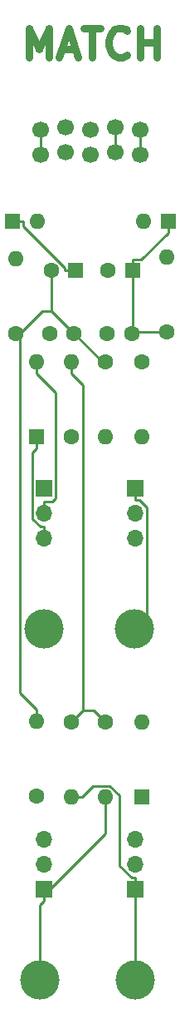
<source format=gtl>
%TF.GenerationSoftware,KiCad,Pcbnew,5.1.7-a382d34a8~87~ubuntu18.04.1*%
%TF.CreationDate,2020-10-20T20:58:06+01:00*%
%TF.ProjectId,transistor-matchers,7472616e-7369-4737-946f-722d6d617463,rev?*%
%TF.SameCoordinates,Original*%
%TF.FileFunction,Copper,L1,Top*%
%TF.FilePolarity,Positive*%
%FSLAX46Y46*%
G04 Gerber Fmt 4.6, Leading zero omitted, Abs format (unit mm)*
G04 Created by KiCad (PCBNEW 5.1.7-a382d34a8~87~ubuntu18.04.1) date 2020-10-20 20:58:06*
%MOMM*%
%LPD*%
G01*
G04 APERTURE LIST*
%TA.AperFunction,NonConductor*%
%ADD10C,0.750000*%
%TD*%
%TA.AperFunction,ComponentPad*%
%ADD11O,1.600000X1.600000*%
%TD*%
%TA.AperFunction,ComponentPad*%
%ADD12C,1.600000*%
%TD*%
%TA.AperFunction,ComponentPad*%
%ADD13R,1.600000X1.600000*%
%TD*%
%TA.AperFunction,ComponentPad*%
%ADD14C,4.000000*%
%TD*%
%TA.AperFunction,ComponentPad*%
%ADD15O,1.700000X1.700000*%
%TD*%
%TA.AperFunction,ComponentPad*%
%ADD16R,1.700000X1.700000*%
%TD*%
%TA.AperFunction,ComponentPad*%
%ADD17C,1.700000*%
%TD*%
%TA.AperFunction,Conductor*%
%ADD18C,0.250000*%
%TD*%
G04 APERTURE END LIST*
D10*
X157444830Y-76107122D02*
X157444830Y-73107122D01*
X158444830Y-75249980D01*
X159444830Y-73107122D01*
X159444830Y-76107122D01*
X160730544Y-75249980D02*
X162159115Y-75249980D01*
X160444830Y-76107122D02*
X161444830Y-73107122D01*
X162444830Y-76107122D01*
X163016258Y-73107122D02*
X164730544Y-73107122D01*
X163873401Y-76107122D02*
X163873401Y-73107122D01*
X167444830Y-75821408D02*
X167301972Y-75964265D01*
X166873401Y-76107122D01*
X166587687Y-76107122D01*
X166159115Y-75964265D01*
X165873401Y-75678551D01*
X165730544Y-75392837D01*
X165587687Y-74821408D01*
X165587687Y-74392837D01*
X165730544Y-73821408D01*
X165873401Y-73535694D01*
X166159115Y-73249980D01*
X166587687Y-73107122D01*
X166873401Y-73107122D01*
X167301972Y-73249980D01*
X167444830Y-73392837D01*
X168730544Y-76107122D02*
X168730544Y-73107122D01*
X168730544Y-74535694D02*
X170444830Y-74535694D01*
X170444830Y-76107122D02*
X170444830Y-73107122D01*
D11*
%TO.P,R8,2*%
%TO.N,Net-(J1-Pad10)*%
X156095000Y-96580000D03*
D12*
%TO.P,R8,1*%
%TO.N,-12V*%
X156095000Y-104200000D03*
%TD*%
D11*
%TO.P,R7,2*%
%TO.N,Net-(J1-Pad1)*%
X171495000Y-96380000D03*
D12*
%TO.P,R7,1*%
%TO.N,+12V*%
X171495000Y-104000000D03*
%TD*%
D11*
%TO.P,D4,2*%
%TO.N,-12V*%
X158235000Y-92800000D03*
D13*
%TO.P,D4,1*%
%TO.N,GND*%
X155695000Y-92800000D03*
%TD*%
D11*
%TO.P,D3,2*%
%TO.N,GND*%
X169095000Y-92800000D03*
D13*
%TO.P,D3,1*%
%TO.N,+12V*%
X171635000Y-92800000D03*
%TD*%
D12*
%TO.P,C4,2*%
%TO.N,-12V*%
X161995000Y-104200000D03*
%TO.P,C4,1*%
%TO.N,GND*%
X159495000Y-104200000D03*
%TD*%
%TO.P,C3,2*%
%TO.N,-12V*%
X159695000Y-97800000D03*
D13*
%TO.P,C3,1*%
%TO.N,GND*%
X162195000Y-97800000D03*
%TD*%
D12*
%TO.P,C2,2*%
%TO.N,GND*%
X165395000Y-104200000D03*
%TO.P,C2,1*%
%TO.N,+12V*%
X167895000Y-104200000D03*
%TD*%
%TO.P,C1,2*%
%TO.N,GND*%
X165495000Y-97800000D03*
D13*
%TO.P,C1,1*%
%TO.N,+12V*%
X167995000Y-97800000D03*
%TD*%
D14*
%TO.P,PNP-TEST2,1*%
%TO.N,Net-(PNP-TEST2-Pad1)*%
X168250000Y-170000000D03*
%TD*%
%TO.P,PNP-TEST1,1*%
%TO.N,Net-(PNP-TEST1-Pad1)*%
X158500000Y-170000000D03*
%TD*%
%TO.P,NPN-TEST2,1*%
%TO.N,Net-(NPN-TEST2-Pad1)*%
X168195000Y-134250000D03*
%TD*%
%TO.P,NPN-TEST1,1*%
%TO.N,Net-(NPN-TEST1-Pad1)*%
X158945000Y-134250000D03*
%TD*%
D11*
%TO.P,R6,2*%
%TO.N,Net-(PNP-TEST2-Pad1)*%
X161695000Y-151370000D03*
D12*
%TO.P,R6,1*%
%TO.N,+12V*%
X161695000Y-143750000D03*
%TD*%
D11*
%TO.P,R5,2*%
%TO.N,Net-(PNP-TEST1-Pad1)*%
X165195000Y-151370000D03*
D12*
%TO.P,R5,1*%
%TO.N,+12V*%
X165195000Y-143750000D03*
%TD*%
D11*
%TO.P,R4,2*%
%TO.N,-12V*%
X158195000Y-143630000D03*
D12*
%TO.P,R4,1*%
%TO.N,Net-(D2-Pad1)*%
X158195000Y-151250000D03*
%TD*%
D11*
%TO.P,R3,2*%
%TO.N,Net-(NPN-TEST2-Pad1)*%
X168945000Y-114750000D03*
D12*
%TO.P,R3,1*%
%TO.N,-12V*%
X168945000Y-107130000D03*
%TD*%
D11*
%TO.P,R2,2*%
%TO.N,Net-(NPN-TEST1-Pad1)*%
X165195000Y-114750000D03*
D12*
%TO.P,R2,1*%
%TO.N,-12V*%
X165195000Y-107130000D03*
%TD*%
D11*
%TO.P,R1,2*%
%TO.N,+12V*%
X161695000Y-107130000D03*
D12*
%TO.P,R1,1*%
%TO.N,Net-(D1-Pad1)*%
X161695000Y-114750000D03*
%TD*%
D15*
%TO.P,PNP2,3*%
%TO.N,Net-(D2-Pad1)*%
X168250000Y-155710000D03*
%TO.P,PNP2,2*%
%TO.N,GND*%
X168250000Y-158250000D03*
D16*
%TO.P,PNP2,1*%
%TO.N,Net-(PNP-TEST2-Pad1)*%
X168250000Y-160790000D03*
%TD*%
D15*
%TO.P,PNP1,3*%
%TO.N,Net-(D2-Pad1)*%
X158945000Y-155670000D03*
%TO.P,PNP1,2*%
%TO.N,GND*%
X158945000Y-158210000D03*
D16*
%TO.P,PNP1,1*%
%TO.N,Net-(PNP-TEST1-Pad1)*%
X158945000Y-160750000D03*
%TD*%
D15*
%TO.P,NPN2,3*%
%TO.N,Net-(D1-Pad1)*%
X168295000Y-125040000D03*
%TO.P,NPN2,2*%
%TO.N,GND*%
X168295000Y-122500000D03*
D16*
%TO.P,NPN2,1*%
%TO.N,Net-(NPN-TEST2-Pad1)*%
X168295000Y-119960000D03*
%TD*%
D15*
%TO.P,NPN1,3*%
%TO.N,Net-(D1-Pad1)*%
X158945000Y-125040000D03*
%TO.P,NPN1,2*%
%TO.N,GND*%
X158945000Y-122500000D03*
D16*
%TO.P,NPN1,1*%
%TO.N,Net-(NPN-TEST1-Pad1)*%
X158945000Y-119960000D03*
%TD*%
D17*
%TO.P,J1,10*%
%TO.N,Net-(J1-Pad10)*%
X158595000Y-86020000D03*
%TO.P,J1,9*%
X158595000Y-83480000D03*
%TO.P,J1,8*%
%TO.N,GND*%
X161135000Y-85766000D03*
%TO.P,J1,7*%
X161135000Y-83226000D03*
%TO.P,J1,6*%
X163675000Y-86020000D03*
%TO.P,J1,5*%
X163675000Y-83480000D03*
%TO.P,J1,4*%
X166215000Y-85766000D03*
%TO.P,J1,3*%
X166215000Y-83226000D03*
%TO.P,J1,2*%
%TO.N,Net-(J1-Pad1)*%
X168755000Y-86020000D03*
%TO.P,J1,1*%
X168755000Y-83480000D03*
%TD*%
D11*
%TO.P,D2,2*%
%TO.N,GND*%
X168945000Y-143750000D03*
D13*
%TO.P,D2,1*%
%TO.N,Net-(D2-Pad1)*%
X168945000Y-151370000D03*
%TD*%
D11*
%TO.P,D1,2*%
%TO.N,GND*%
X158195000Y-107130000D03*
D13*
%TO.P,D1,1*%
%TO.N,Net-(D1-Pad1)*%
X158195000Y-114750000D03*
%TD*%
D18*
%TO.N,GND*%
X155695000Y-92800000D02*
X156820300Y-92800000D01*
X162195000Y-97800000D02*
X161069700Y-97800000D01*
X161069700Y-97800000D02*
X161069700Y-97518600D01*
X161069700Y-97518600D02*
X156820300Y-93269200D01*
X156820300Y-93269200D02*
X156820300Y-92800000D01*
X158945000Y-122500000D02*
X158945000Y-121324700D01*
X158195000Y-107130000D02*
X158195000Y-108255300D01*
X158195000Y-108255300D02*
X160120300Y-110180600D01*
X160120300Y-110180600D02*
X160120300Y-120957500D01*
X160120300Y-120957500D02*
X159753100Y-121324700D01*
X159753100Y-121324700D02*
X158945000Y-121324700D01*
X166215000Y-83226000D02*
X166215000Y-85766000D01*
%TO.N,Net-(D1-Pad1)*%
X158945000Y-125040000D02*
X158945000Y-123864700D01*
X158195000Y-114750000D02*
X158195000Y-115875300D01*
X158195000Y-115875300D02*
X157769700Y-116300600D01*
X157769700Y-116300600D02*
X157769700Y-123056800D01*
X157769700Y-123056800D02*
X158577600Y-123864700D01*
X158577600Y-123864700D02*
X158945000Y-123864700D01*
%TO.N,-12V*%
X156470000Y-104200000D02*
X156470000Y-140779700D01*
X156470000Y-140779700D02*
X158195000Y-142504700D01*
X159695000Y-101900000D02*
X158770000Y-101900000D01*
X158770000Y-101900000D02*
X156470000Y-104200000D01*
X156470000Y-104200000D02*
X156095000Y-104200000D01*
X158195000Y-143630000D02*
X158195000Y-142504700D01*
X159695000Y-101900000D02*
X161995000Y-104200000D01*
X159695000Y-97800000D02*
X159695000Y-101900000D01*
X165195000Y-107130000D02*
X164925000Y-107130000D01*
X164925000Y-107130000D02*
X161995000Y-104200000D01*
%TO.N,+12V*%
X167995000Y-97800000D02*
X167995000Y-96674700D01*
X171635000Y-92800000D02*
X171635000Y-93925300D01*
X167995000Y-96674700D02*
X168885600Y-96674700D01*
X168885600Y-96674700D02*
X171635000Y-93925300D01*
X167995000Y-98203500D02*
X167995000Y-97800000D01*
X167995000Y-98203500D02*
X167995000Y-98925300D01*
X167995000Y-104000000D02*
X171495000Y-104000000D01*
X167895000Y-104200000D02*
X167895000Y-104100000D01*
X167895000Y-104100000D02*
X167995000Y-104000000D01*
X167995000Y-98925300D02*
X167995000Y-104000000D01*
X162882400Y-142562600D02*
X161695000Y-143750000D01*
X165195000Y-143750000D02*
X164007600Y-142562600D01*
X164007600Y-142562600D02*
X162882400Y-142562600D01*
X161695000Y-108255300D02*
X162882400Y-109442700D01*
X162882400Y-109442700D02*
X162882400Y-142562600D01*
X161695000Y-107130000D02*
X161695000Y-108255300D01*
%TO.N,Net-(NPN-TEST2-Pad1)*%
X168295000Y-119960000D02*
X168295000Y-121135300D01*
X168295000Y-121135300D02*
X168662300Y-121135300D01*
X168662300Y-121135300D02*
X169472900Y-121945900D01*
X169472900Y-121945900D02*
X169472900Y-132972100D01*
X169472900Y-132972100D02*
X168195000Y-134250000D01*
%TO.N,Net-(PNP-TEST2-Pad1)*%
X162820300Y-151370000D02*
X163945600Y-150244700D01*
X163945600Y-150244700D02*
X165665600Y-150244700D01*
X165665600Y-150244700D02*
X166624400Y-151203500D01*
X166624400Y-151203500D02*
X166624400Y-158356500D01*
X166624400Y-158356500D02*
X167882600Y-159614700D01*
X167882600Y-159614700D02*
X168250000Y-159614700D01*
X168250000Y-160790000D02*
X168250000Y-159614700D01*
X168250000Y-160790000D02*
X168250000Y-170000000D01*
X161695000Y-151370000D02*
X162820300Y-151370000D01*
%TO.N,Net-(PNP-TEST1-Pad1)*%
X158945000Y-161337600D02*
X165195000Y-155087600D01*
X165195000Y-155087600D02*
X165195000Y-151370000D01*
X158945000Y-161337600D02*
X158945000Y-161925300D01*
X158945000Y-160750000D02*
X158945000Y-161337600D01*
X158945000Y-161925300D02*
X158500000Y-162370300D01*
X158500000Y-162370300D02*
X158500000Y-170000000D01*
%TO.N,Net-(J1-Pad10)*%
X158595000Y-83480000D02*
X158595000Y-86020000D01*
%TO.N,Net-(J1-Pad1)*%
X168755000Y-83480000D02*
X168755000Y-86020000D01*
%TD*%
M02*

</source>
